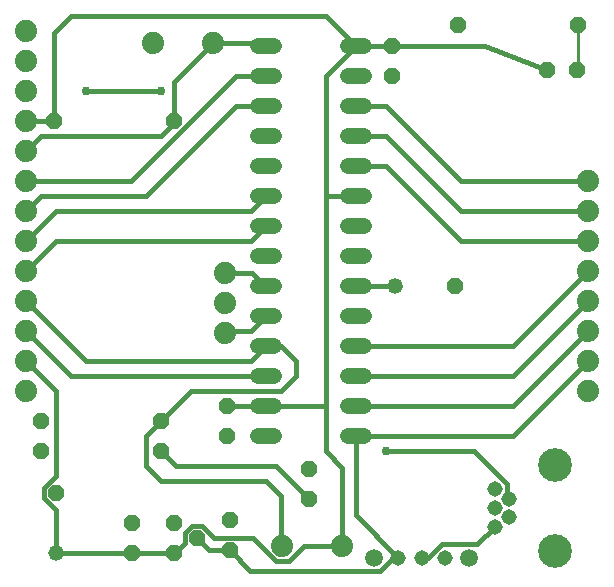
<source format=gbr>
G04 EAGLE Gerber X2 export*
%TF.Part,Single*%
%TF.FileFunction,Copper,L1,Top,Mixed*%
%TF.FilePolarity,Positive*%
%TF.GenerationSoftware,Autodesk,EAGLE,8.7.1*%
%TF.CreationDate,2018-04-16T05:42:20Z*%
G75*
%MOMM*%
%FSLAX34Y34*%
%LPD*%
%AMOC8*
5,1,8,0,0,1.08239X$1,22.5*%
G01*
%ADD10P,1.429621X8X292.500000*%
%ADD11P,1.429621X8X112.500000*%
%ADD12C,1.320800*%
%ADD13P,1.429621X8X22.500000*%
%ADD14C,1.308000*%
%ADD15C,2.850000*%
%ADD16C,1.879600*%
%ADD17P,1.429621X8X202.500000*%
%ADD18C,1.320800*%
%ADD19C,1.508000*%
%ADD20C,0.406400*%
%ADD21C,0.756400*%
%ADD22C,0.254000*%


D10*
X322580Y457200D03*
X322580Y431800D03*
X182880Y152400D03*
X182880Y127000D03*
D11*
X185420Y30480D03*
X185420Y55880D03*
X102870Y27940D03*
X102870Y53340D03*
D12*
X325120Y254000D03*
D13*
X375920Y254000D03*
D12*
X38100Y27940D03*
D11*
X38100Y78740D03*
D14*
X410010Y50040D03*
X410010Y66040D03*
X410010Y82040D03*
X422010Y58040D03*
X422010Y74040D03*
D15*
X461010Y102540D03*
X461010Y29540D03*
D16*
X488950Y165100D03*
X488950Y190500D03*
X488950Y215900D03*
X488950Y241300D03*
X488950Y266700D03*
X488950Y292100D03*
X488950Y317500D03*
X488950Y342900D03*
X12700Y165100D03*
X12700Y190500D03*
X12700Y215900D03*
X12700Y241300D03*
X12700Y266700D03*
X12700Y292100D03*
X12700Y317500D03*
X12700Y342900D03*
D13*
X454406Y436880D03*
X479806Y436880D03*
D10*
X252730Y99060D03*
X252730Y73660D03*
D13*
X378714Y475234D03*
X480314Y475234D03*
X25400Y114300D03*
X127000Y114300D03*
D17*
X138430Y393700D03*
X36830Y393700D03*
D13*
X25400Y139700D03*
X127000Y139700D03*
D18*
X209296Y457200D02*
X222504Y457200D01*
X222504Y431800D02*
X209296Y431800D01*
X209296Y304800D02*
X222504Y304800D01*
X222504Y279400D02*
X209296Y279400D01*
X209296Y406400D02*
X222504Y406400D01*
X222504Y381000D02*
X209296Y381000D01*
X209296Y330200D02*
X222504Y330200D01*
X222504Y355600D02*
X209296Y355600D01*
X209296Y254000D02*
X222504Y254000D01*
X222504Y228600D02*
X209296Y228600D01*
X209296Y203200D02*
X222504Y203200D01*
X222504Y177800D02*
X209296Y177800D01*
X209296Y152400D02*
X222504Y152400D01*
X222504Y127000D02*
X209296Y127000D01*
X285496Y127000D02*
X298704Y127000D01*
X298704Y152400D02*
X285496Y152400D01*
X285496Y177800D02*
X298704Y177800D01*
X298704Y203200D02*
X285496Y203200D01*
X285496Y228600D02*
X298704Y228600D01*
X298704Y254000D02*
X285496Y254000D01*
X285496Y279400D02*
X298704Y279400D01*
X298704Y304800D02*
X285496Y304800D01*
X285496Y330200D02*
X298704Y330200D01*
X298704Y355600D02*
X285496Y355600D01*
X285496Y381000D02*
X298704Y381000D01*
X298704Y406400D02*
X285496Y406400D01*
X285496Y431800D02*
X298704Y431800D01*
X298704Y457200D02*
X285496Y457200D01*
D19*
X387980Y24130D03*
X307980Y24130D03*
D14*
X367980Y24130D03*
X347980Y24130D03*
X327980Y24130D03*
D10*
X138430Y27940D03*
X157480Y40640D03*
X138430Y53340D03*
D16*
X171450Y459740D03*
X120650Y459740D03*
X229870Y34290D03*
X280670Y34290D03*
X12700Y368300D03*
X12700Y393700D03*
X12700Y419100D03*
X12700Y444500D03*
X12700Y469900D03*
X181610Y265430D03*
X181610Y240030D03*
X181610Y214630D03*
D20*
X395196Y35226D02*
X410010Y50040D01*
X353702Y24130D02*
X347980Y24130D01*
X364798Y35226D02*
X395196Y35226D01*
X364798Y35226D02*
X353702Y24130D01*
X322580Y457200D02*
X292100Y457200D01*
X322580Y457200D02*
X401320Y457200D01*
X215900Y152400D02*
X182880Y152400D01*
X102870Y27940D02*
X38100Y27940D01*
X102870Y27940D02*
X138430Y27940D01*
X38100Y165100D02*
X12700Y190500D01*
X27940Y82948D02*
X27940Y74532D01*
X38100Y64372D02*
X38100Y27940D01*
X38100Y93108D02*
X38100Y165100D01*
X27940Y74532D02*
X38100Y64372D01*
X27940Y82948D02*
X38100Y93108D01*
X280670Y100330D02*
X280670Y34290D01*
X266700Y431800D02*
X292100Y457200D01*
X266700Y431800D02*
X266700Y330200D01*
X292100Y330200D01*
X266700Y330200D02*
X266700Y152400D01*
X215900Y152400D01*
X266700Y152400D02*
X266700Y114300D01*
X280670Y100330D01*
X36830Y393700D02*
X12700Y393700D01*
X36830Y393700D02*
X36830Y468630D01*
X50800Y482600D01*
X266700Y482600D01*
X292100Y457200D01*
X401320Y457200D02*
X454406Y436880D01*
X153272Y50800D02*
X147320Y44848D01*
X153272Y50800D02*
X161688Y50800D01*
X224504Y21336D02*
X235236Y21336D01*
X147320Y36830D02*
X147320Y44848D01*
X248190Y34290D02*
X280670Y34290D01*
X248190Y34290D02*
X235236Y21336D01*
X171848Y40640D02*
X161688Y50800D01*
X171848Y40640D02*
X205200Y40640D01*
X224504Y21336D01*
X147320Y36830D02*
X138430Y27940D01*
X323672Y24130D02*
X327980Y24130D01*
X323672Y24130D02*
X312576Y13034D01*
X202866Y13034D01*
X185420Y30480D01*
X292100Y60010D02*
X292100Y127000D01*
X292100Y60010D02*
X327980Y24130D01*
X425450Y127000D02*
X488950Y190500D01*
X425450Y127000D02*
X292100Y127000D01*
X185420Y30480D02*
X167640Y30480D01*
X157480Y40640D01*
X215900Y254000D02*
X204470Y265430D01*
X181610Y265430D01*
X182880Y215900D02*
X181610Y214630D01*
X182880Y215900D02*
X203200Y215900D01*
X215900Y228600D01*
X292100Y254000D02*
X325120Y254000D01*
X215900Y431800D02*
X190500Y431800D01*
X148590Y389890D02*
X148590Y389492D01*
X148590Y389890D02*
X190500Y431800D01*
X101998Y342900D02*
X12700Y342900D01*
X101998Y342900D02*
X148590Y389492D01*
X25400Y330200D02*
X12700Y317500D01*
X114300Y330200D02*
X190500Y406400D01*
X215900Y406400D01*
X114300Y330200D02*
X25400Y330200D01*
D21*
X63500Y419100D03*
D20*
X127000Y419100D01*
D21*
X127000Y419100D03*
D20*
X215900Y330200D02*
X203200Y317500D01*
X38100Y317500D01*
X12700Y292100D01*
X203200Y292100D02*
X215900Y304800D01*
X203200Y292100D02*
X38100Y292100D01*
X12700Y266700D01*
X12700Y215900D02*
X50800Y177800D01*
X215900Y177800D01*
D21*
X317500Y114300D03*
D20*
X420106Y75944D02*
X422010Y74040D01*
X420106Y75944D02*
X420106Y86222D01*
X392028Y114300D01*
X317500Y114300D01*
X213360Y459740D02*
X171450Y459740D01*
X213360Y459740D02*
X215900Y457200D01*
X171450Y459740D02*
X138430Y426720D01*
X138430Y393700D01*
X25400Y381000D02*
X12700Y368300D01*
X25400Y381000D02*
X127000Y381000D01*
X138430Y392430D01*
X138430Y393700D01*
X228600Y35560D02*
X229870Y34290D01*
X228600Y35560D02*
X228600Y76200D01*
X215900Y88900D01*
X127000Y88900D01*
X114300Y101600D01*
X114300Y127000D01*
X127000Y139700D01*
X63500Y190500D02*
X12700Y241300D01*
X63500Y190500D02*
X203200Y190500D01*
X215900Y203200D01*
X152400Y165100D02*
X127000Y139700D01*
X152400Y165100D02*
X228600Y165100D01*
X241300Y177800D01*
X241300Y190500D01*
X228600Y203200D02*
X215900Y203200D01*
X228600Y203200D02*
X241300Y190500D01*
X425450Y152400D02*
X488950Y215900D01*
X425450Y152400D02*
X292100Y152400D01*
X425450Y177800D02*
X488950Y241300D01*
X425450Y177800D02*
X292100Y177800D01*
X425450Y203200D02*
X488950Y266700D01*
X425450Y203200D02*
X292100Y203200D01*
X381000Y292100D02*
X488950Y292100D01*
X381000Y292100D02*
X317500Y355600D01*
X292100Y355600D01*
X381000Y317500D02*
X488950Y317500D01*
X381000Y317500D02*
X317500Y381000D01*
X292100Y381000D01*
X292100Y406400D02*
X317500Y406400D01*
X381000Y342900D01*
X488950Y342900D01*
X224790Y101600D02*
X252730Y73660D01*
X139700Y101600D02*
X127000Y114300D01*
X139700Y101600D02*
X224790Y101600D01*
D22*
X480314Y437388D02*
X480314Y475234D01*
X480314Y437388D02*
X479806Y436880D01*
M02*

</source>
